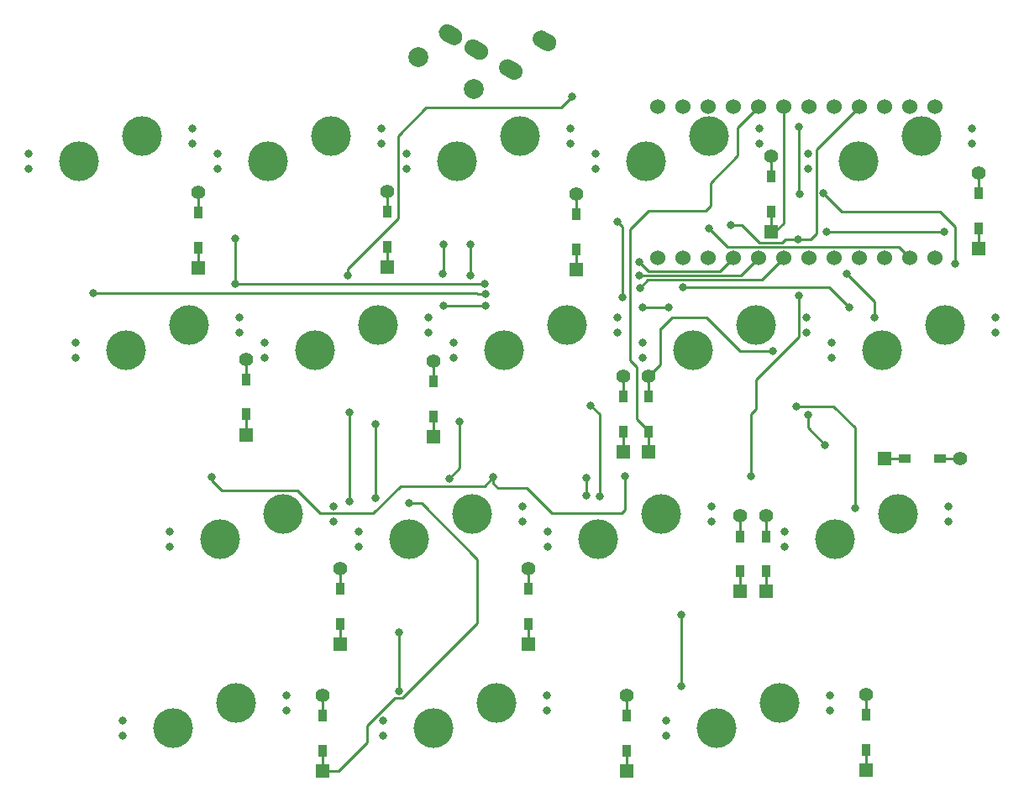
<source format=gtl>
G04 #@! TF.GenerationSoftware,KiCad,Pcbnew,(5.1.6-0-10_14)*
G04 #@! TF.CreationDate,2022-08-31T17:51:27+09:00*
G04 #@! TF.ProjectId,cool936,636f6f6c-3933-4362-9e6b-696361645f70,rev?*
G04 #@! TF.SameCoordinates,Original*
G04 #@! TF.FileFunction,Copper,L1,Top*
G04 #@! TF.FilePolarity,Positive*
%FSLAX46Y46*%
G04 Gerber Fmt 4.6, Leading zero omitted, Abs format (unit mm)*
G04 Created by KiCad (PCBNEW (5.1.6-0-10_14)) date 2022-08-31 17:51:27*
%MOMM*%
%LPD*%
G01*
G04 APERTURE LIST*
G04 #@! TA.AperFunction,ViaPad*
%ADD10C,0.800000*%
G04 #@! TD*
G04 #@! TA.AperFunction,ViaPad*
%ADD11C,4.000000*%
G04 #@! TD*
G04 #@! TA.AperFunction,SMDPad,CuDef*
%ADD12R,0.950000X1.300000*%
G04 #@! TD*
G04 #@! TA.AperFunction,ComponentPad*
%ADD13C,1.397000*%
G04 #@! TD*
G04 #@! TA.AperFunction,ComponentPad*
%ADD14R,1.397000X1.397000*%
G04 #@! TD*
G04 #@! TA.AperFunction,ComponentPad*
%ADD15C,2.000000*%
G04 #@! TD*
G04 #@! TA.AperFunction,ComponentPad*
%ADD16C,1.524000*%
G04 #@! TD*
G04 #@! TA.AperFunction,SMDPad,CuDef*
%ADD17R,1.300000X0.950000*%
G04 #@! TD*
G04 #@! TA.AperFunction,Conductor*
%ADD18C,0.250000*%
G04 #@! TD*
G04 APERTURE END LIST*
D10*
X221932500Y-33782000D03*
X205422500Y-36322000D03*
X221932500Y-32258000D03*
X205422500Y-34798000D03*
D11*
X210502500Y-35560000D03*
X216852500Y-33020000D03*
D10*
X240982500Y-33782000D03*
X224472500Y-36322000D03*
X240982500Y-32258000D03*
X224472500Y-34798000D03*
D11*
X229552500Y-35560000D03*
X235902500Y-33020000D03*
D10*
X252888500Y-52832000D03*
X236378500Y-55372000D03*
X252888500Y-51308000D03*
X236378500Y-53848000D03*
D11*
X241458500Y-54610000D03*
X247808500Y-52070000D03*
D10*
X188595000Y4318000D03*
X172085000Y1778000D03*
X188595000Y5842000D03*
X172085000Y3302000D03*
D11*
X177165000Y2540000D03*
X183515000Y5080000D03*
D12*
X232390000Y-53365000D03*
D13*
X232390000Y-51330000D03*
D14*
X232390000Y-58950000D03*
D12*
X232390000Y-56915000D03*
D10*
X231457500Y-14732000D03*
X214947500Y-17272000D03*
X231457500Y-13208000D03*
X214947500Y-15748000D03*
D11*
X220027500Y-16510000D03*
X226377500Y-13970000D03*
D10*
X198120000Y-52832000D03*
X181610000Y-55372000D03*
X198120000Y-51308000D03*
X181610000Y-53848000D03*
D11*
X186690000Y-54610000D03*
X193040000Y-52070000D03*
D10*
X267175999Y4318000D03*
X250665999Y1778000D03*
X267175999Y5842000D03*
X250665999Y3302000D03*
D11*
X255745999Y2540000D03*
X262095999Y5080000D03*
D15*
X217014583Y9775000D03*
X211385417Y13025000D03*
D10*
X202882500Y-33782000D03*
X186372500Y-36322000D03*
X202882500Y-32258000D03*
X186372500Y-34798000D03*
D11*
X191452500Y-35560000D03*
X197802500Y-33020000D03*
D10*
X207645000Y4318000D03*
X191135000Y1778000D03*
X207645000Y5842000D03*
X191135000Y3302000D03*
D11*
X196215000Y2540000D03*
X202565000Y5080000D03*
D10*
X226695000Y4318000D03*
X210185000Y1778000D03*
X226695000Y5842000D03*
X210185000Y3302000D03*
D11*
X215265000Y2540000D03*
X221615000Y5080000D03*
D10*
X245745000Y4318000D03*
X229235000Y1778000D03*
X245745000Y5842000D03*
X229235000Y3302000D03*
D11*
X234315000Y2540000D03*
X240665000Y5080000D03*
D10*
X193357500Y-14732000D03*
X176847500Y-17272000D03*
X193357500Y-13208000D03*
X176847500Y-15748000D03*
D11*
X181927500Y-16510000D03*
X188277500Y-13970000D03*
D10*
X212407500Y-14732000D03*
X195897500Y-17272000D03*
X212407500Y-13208000D03*
X195897500Y-15748000D03*
D11*
X200977500Y-16510000D03*
X207327500Y-13970000D03*
D10*
X250507500Y-14732000D03*
X233997500Y-17272000D03*
X250507500Y-13208000D03*
X233997500Y-15748000D03*
D11*
X239077500Y-16510000D03*
X245427500Y-13970000D03*
D10*
X269557500Y-14732000D03*
X253047500Y-17272000D03*
X269557500Y-13208000D03*
X253047500Y-15748000D03*
D11*
X258127500Y-16510000D03*
X264477500Y-13970000D03*
D16*
X263438000Y-7201400D03*
X260898000Y-7201400D03*
X258358000Y-7201400D03*
X255818000Y-7201400D03*
X253278000Y-7201400D03*
X250738000Y-7201400D03*
X248198000Y-7201400D03*
X245658000Y-7201400D03*
X243118000Y-7201400D03*
X240578000Y-7201400D03*
X238038000Y-7201400D03*
X235498000Y-7201400D03*
X235498000Y8018600D03*
X238038000Y8018600D03*
X240578000Y8018600D03*
X243118000Y8018600D03*
X245658000Y8018600D03*
X248198000Y8018600D03*
X250738000Y8018600D03*
X253278000Y8018600D03*
X255818000Y8018600D03*
X258358000Y8018600D03*
X260898000Y8018600D03*
X263438000Y8018600D03*
D17*
X260415000Y-27450000D03*
D14*
X258380000Y-27450000D03*
D13*
X266000000Y-27450000D03*
D17*
X263965000Y-27450000D03*
D10*
X224314000Y-52832000D03*
X207804000Y-55372000D03*
X224314000Y-51308000D03*
X207804000Y-53848000D03*
D11*
X212884000Y-54610000D03*
X219234000Y-52070000D03*
D12*
X246980000Y-2565000D03*
D14*
X246980000Y-4600000D03*
D13*
X246980000Y3020000D03*
D12*
X246980000Y985000D03*
D10*
X264795500Y-33782000D03*
X248285500Y-36322000D03*
X264795500Y-32258000D03*
X248285500Y-34798000D03*
D11*
X253365500Y-35560000D03*
X259715500Y-33020000D03*
D12*
X243780000Y-38825000D03*
D14*
X243780000Y-40860000D03*
D13*
X243780000Y-33240000D03*
D12*
X243780000Y-35275000D03*
X201760000Y-56865000D03*
D14*
X201760000Y-58900000D03*
D13*
X201760000Y-51280000D03*
D12*
X201760000Y-53315000D03*
X232080000Y-24715000D03*
D14*
X232080000Y-26750000D03*
D13*
X232080000Y-19130000D03*
D12*
X232080000Y-21165000D03*
X194010000Y-22995000D03*
D14*
X194010000Y-25030000D03*
D13*
X194010000Y-17410000D03*
D12*
X194010000Y-19445000D03*
X222500000Y-44145000D03*
D14*
X222500000Y-46180000D03*
D13*
X222500000Y-38560000D03*
D12*
X222500000Y-40595000D03*
X246430000Y-38825000D03*
D14*
X246430000Y-40860000D03*
D13*
X246430000Y-33240000D03*
D12*
X246430000Y-35275000D03*
X203500000Y-44115000D03*
D14*
X203500000Y-46150000D03*
D13*
X203500000Y-38530000D03*
D12*
X203500000Y-40565000D03*
G04 #@! TA.AperFunction,ComponentPad*
G36*
G01*
X224187690Y15604775D02*
X224880510Y15204775D01*
G75*
G02*
X225191632Y14043653I-425000J-736122D01*
G01*
X225191632Y14043653D01*
G75*
G02*
X224030510Y13732531I-736122J425000D01*
G01*
X223337690Y14132531D01*
G75*
G02*
X223026568Y15293653I425000J736122D01*
G01*
X223026568Y15293653D01*
G75*
G02*
X224187690Y15604775I736122J-425000D01*
G01*
G37*
G04 #@! TD.AperFunction*
G04 #@! TA.AperFunction,ComponentPad*
G36*
G01*
X220788652Y12717469D02*
X221481472Y12317469D01*
G75*
G02*
X221792594Y11156347I-425000J-736122D01*
G01*
X221792594Y11156347D01*
G75*
G02*
X220631472Y10845225I-736122J425000D01*
G01*
X219938652Y11245225D01*
G75*
G02*
X219627530Y12406347I425000J736122D01*
G01*
X219627530Y12406347D01*
G75*
G02*
X220788652Y12717469I736122J-425000D01*
G01*
G37*
G04 #@! TD.AperFunction*
G04 #@! TA.AperFunction,ComponentPad*
G36*
G01*
X217324550Y14717469D02*
X218017370Y14317469D01*
G75*
G02*
X218328492Y13156347I-425000J-736122D01*
G01*
X218328492Y13156347D01*
G75*
G02*
X217167370Y12845225I-736122J425000D01*
G01*
X216474550Y13245225D01*
G75*
G02*
X216163428Y14406347I425000J736122D01*
G01*
X216163428Y14406347D01*
G75*
G02*
X217324550Y14717469I736122J-425000D01*
G01*
G37*
G04 #@! TD.AperFunction*
G04 #@! TA.AperFunction,ComponentPad*
G36*
G01*
X214726474Y16217469D02*
X215419294Y15817469D01*
G75*
G02*
X215730416Y14656347I-425000J-736122D01*
G01*
X215730416Y14656347D01*
G75*
G02*
X214569294Y14345225I-736122J425000D01*
G01*
X213876474Y14745225D01*
G75*
G02*
X213565352Y15906347I425000J736122D01*
G01*
X213565352Y15906347D01*
G75*
G02*
X214726474Y16217469I736122J-425000D01*
G01*
G37*
G04 #@! TD.AperFunction*
X212880000Y-23185000D03*
D14*
X212880000Y-25220000D03*
D13*
X212880000Y-17600000D03*
D12*
X212880000Y-19635000D03*
X227340000Y-6325000D03*
D14*
X227340000Y-8360000D03*
D13*
X227340000Y-740000D03*
D12*
X227340000Y-2775000D03*
X267830000Y-4255000D03*
D14*
X267830000Y-6290000D03*
D13*
X267830000Y1330000D03*
D12*
X267830000Y-705000D03*
X208240000Y-6065000D03*
D14*
X208240000Y-8100000D03*
D13*
X208240000Y-480000D03*
D12*
X208240000Y-2515000D03*
X189180000Y-6195000D03*
D14*
X189180000Y-8230000D03*
D13*
X189180000Y-610000D03*
D12*
X189180000Y-2645000D03*
X234570000Y-24695000D03*
D14*
X234570000Y-26730000D03*
D13*
X234570000Y-19110000D03*
D12*
X234570000Y-21145000D03*
X256480000Y-56850000D03*
D14*
X256480000Y-58885000D03*
D13*
X256480000Y-51265000D03*
D12*
X256480000Y-53300000D03*
D10*
X247110000Y-16590000D03*
X252550000Y-4600000D03*
X264420000Y-4600000D03*
X249791501Y-768499D03*
X254570000Y-8840000D03*
X257350000Y-13210000D03*
X249780000Y6020000D03*
X207080000Y-31419999D03*
X207080000Y-23960000D03*
X210460000Y-31950000D03*
X204310000Y-8955000D03*
X226890000Y9060000D03*
X252370000Y-26070000D03*
X250640000Y-23020000D03*
X213940000Y-5850000D03*
X213860000Y-8840000D03*
X236650000Y-12190000D03*
X233970000Y-12190000D03*
X218170000Y-12030000D03*
X213903501Y-12016499D03*
X249650000Y-5325000D03*
X249780000Y-11040000D03*
X244910000Y-29230000D03*
X190570000Y-29340000D03*
X218930000Y-29340000D03*
X232200000Y-29210000D03*
X242880000Y-3880000D03*
X240710000Y-4280000D03*
X214490000Y-29490000D03*
X215570000Y-23710000D03*
X228320000Y-29350000D03*
X228330000Y-31150010D03*
X233740000Y-10220000D03*
X218140000Y-10880000D03*
X178652500Y-10747500D03*
X192970000Y-9810000D03*
X233700000Y-8970000D03*
X204440000Y-22820000D03*
X209450000Y-50860000D03*
X209460000Y-44950000D03*
X204410000Y-31760000D03*
X218120000Y-9800000D03*
X192970000Y-5260000D03*
X229640000Y-31240000D03*
X233630000Y-7600000D03*
X216650000Y-5880000D03*
X237890000Y-43210000D03*
X216650000Y-8960000D03*
X237880000Y-50360000D03*
X228770000Y-22100000D03*
X255380000Y-32440000D03*
X249520000Y-22200000D03*
X231980000Y-11210000D03*
X231450000Y-3560000D03*
X254830000Y-12190000D03*
X238060000Y-10150000D03*
X252230000Y-710000D03*
X265530000Y-7840000D03*
D18*
X189180000Y-610000D02*
X189180000Y-2645000D01*
X208240000Y-480000D02*
X208240000Y-2515000D01*
X227340000Y-740000D02*
X227340000Y-2775000D01*
X246980000Y3020000D02*
X246980000Y985000D01*
X194010000Y-17410000D02*
X194010000Y-19445000D01*
X212880000Y-19635000D02*
X212880000Y-17600000D01*
X232080000Y-19130000D02*
X232080000Y-21165000D01*
X234570000Y-19110000D02*
X235760000Y-17920000D01*
X234570000Y-21145000D02*
X234570000Y-19110000D01*
X235760000Y-14310000D02*
X235840000Y-14310000D01*
X235760000Y-17920000D02*
X235760000Y-14310000D01*
X235840000Y-14310000D02*
X236950000Y-13200000D01*
X236950000Y-13200000D02*
X240390000Y-13200000D01*
X240390000Y-13200000D02*
X243780000Y-16590000D01*
X243780000Y-16590000D02*
X247110000Y-16590000D01*
X263965000Y-27450000D02*
X266000000Y-27450000D01*
X203500000Y-38530000D02*
X203500000Y-40565000D01*
X222500000Y-40595000D02*
X222500000Y-38560000D01*
X243780000Y-35275000D02*
X243780000Y-33240000D01*
X201760000Y-51280000D02*
X201760000Y-53315000D01*
X267830000Y1330000D02*
X267830000Y-705000D01*
X256480000Y-51265000D02*
X256480000Y-53300000D01*
X246430000Y-33240000D02*
X246430000Y-35275000D01*
X232390000Y-51330000D02*
X232390000Y-53365000D01*
X189180000Y-8230000D02*
X189180000Y-6195000D01*
X227340000Y-6325000D02*
X227340000Y-8360000D01*
X246980000Y-4600000D02*
X246980000Y-2565000D01*
X267830000Y-4255000D02*
X267830000Y-6290000D01*
X252550000Y-4600000D02*
X264420000Y-4600000D01*
X208240000Y-6065000D02*
X208240000Y-8100000D01*
X248198000Y-3722000D02*
X247320000Y-4600000D01*
X247320000Y-4600000D02*
X246980000Y-4600000D01*
X248198000Y8018600D02*
X248198000Y-3722000D01*
X233380000Y-18220000D02*
X232705001Y-17545001D01*
X212880000Y-25220000D02*
X212880000Y-23185000D01*
X233380000Y-23440000D02*
X233380000Y-18220000D01*
X245658000Y8018600D02*
X243590000Y5950600D01*
X234570000Y-24695000D02*
X234570000Y-24630000D01*
X240830000Y350000D02*
X240830000Y-1980000D01*
X234570000Y-24630000D02*
X233380000Y-23440000D01*
X234590000Y-2470000D02*
X240340000Y-2470000D01*
X243590000Y5170000D02*
X243590000Y3110000D01*
X232705001Y-17545001D02*
X232705001Y-4354999D01*
X232705001Y-4354999D02*
X234590000Y-2470000D01*
X243590000Y5950600D02*
X243590000Y5170000D01*
X240830000Y-1980000D02*
X240340000Y-2470000D01*
X243590000Y5590600D02*
X243590000Y5170000D01*
X232080000Y-24715000D02*
X232080000Y-26750000D01*
X258380000Y-27450000D02*
X260415000Y-27450000D01*
X243590000Y3110000D02*
X240830000Y350000D01*
X234570000Y-26730000D02*
X234570000Y-24695000D01*
X194010000Y-22995000D02*
X194010000Y-25030000D01*
X249780000Y-756998D02*
X249791501Y-768499D01*
X222500000Y-44145000D02*
X222500000Y-46180000D01*
X203500000Y-44115000D02*
X203500000Y-46150000D01*
X243780000Y-40860000D02*
X243780000Y-38825000D01*
X257350000Y-13210000D02*
X257350000Y-11620000D01*
X246430000Y-38825000D02*
X246430000Y-40860000D01*
X257350000Y-11620000D02*
X254570000Y-8840000D01*
X249780000Y6020000D02*
X249780000Y-756998D01*
X217360000Y-37560000D02*
X211750000Y-31950000D01*
X211750000Y-31950000D02*
X210460000Y-31950000D01*
X207080000Y-23960000D02*
X207080000Y-31620000D01*
X201760000Y-58900000D02*
X203370000Y-58900000D01*
X204310000Y-8284998D02*
X204310000Y-8955000D01*
X206190000Y-54388998D02*
X208993997Y-51585001D01*
X217360000Y-44023002D02*
X217360000Y-37560000D01*
X209798001Y-51585001D02*
X217360000Y-44023002D01*
X209340000Y-3254998D02*
X204310000Y-8284998D01*
X212170000Y7920000D02*
X209340000Y5090000D01*
X203370000Y-58900000D02*
X206190000Y-56080000D01*
X209340000Y5090000D02*
X209340000Y-3254998D01*
X206190000Y-56080000D02*
X206190000Y-54388998D01*
X208993997Y-51585001D02*
X209798001Y-51585001D01*
X225750000Y7920000D02*
X212170000Y7920000D01*
X226890000Y9060000D02*
X225750000Y7920000D01*
X256480000Y-56850000D02*
X256480000Y-58885000D01*
X232390000Y-56915000D02*
X232390000Y-58950000D01*
X201760000Y-56865000D02*
X201760000Y-58900000D01*
X250640000Y-24340000D02*
X252370000Y-26070000D01*
X250640000Y-23020000D02*
X250640000Y-24340000D01*
X213940000Y-8760000D02*
X213860000Y-8840000D01*
X213940000Y-5850000D02*
X213940000Y-8760000D01*
X236650000Y-12190000D02*
X234680000Y-12190000D01*
X234680000Y-12190000D02*
X233970000Y-12190000D01*
X213917002Y-12030000D02*
X213903501Y-12016499D01*
X218170000Y-12030000D02*
X213917002Y-12030000D01*
X248060000Y-5640000D02*
X248375000Y-5325000D01*
X248375000Y-5325000D02*
X249650000Y-5325000D01*
X245780000Y-5640000D02*
X248060000Y-5640000D01*
X249650000Y-5325000D02*
X250935000Y-5325000D01*
X250935000Y-5325000D02*
X251504999Y-4755001D01*
X249782499Y-11667501D02*
X249780000Y-11665002D01*
X249780000Y-11665002D02*
X249780000Y-11040000D01*
X245410000Y-19500000D02*
X249782499Y-15127501D01*
X249782499Y-15127501D02*
X249782499Y-11667501D01*
X245410000Y-22430000D02*
X245410000Y-19500000D01*
X244910000Y-22930000D02*
X245410000Y-22430000D01*
X244910000Y-29230000D02*
X244910000Y-22930000D01*
X191604999Y-30694999D02*
X190570000Y-29660000D01*
X190570000Y-29660000D02*
X190570000Y-29340000D01*
X201503001Y-32983001D02*
X199214999Y-30694999D01*
X199214999Y-30694999D02*
X191604999Y-30694999D01*
X209595001Y-30215001D02*
X206827001Y-32983001D01*
X206827001Y-32983001D02*
X201503001Y-32983001D01*
X218930000Y-29340000D02*
X218054999Y-30215001D01*
X218054999Y-30215001D02*
X209595001Y-30215001D01*
X219405010Y-30425010D02*
X218930000Y-29950000D01*
X218930000Y-29950000D02*
X218930000Y-29340000D01*
X224863001Y-32983001D02*
X222305010Y-30425010D01*
X222305010Y-30425010D02*
X219405010Y-30425010D01*
X232200000Y-32630000D02*
X231846999Y-32983001D01*
X231846999Y-32983001D02*
X224863001Y-32983001D01*
X232200000Y-29210000D02*
X232200000Y-32630000D01*
X242880000Y-3880000D02*
X244020000Y-3880000D01*
X244020000Y-3880000D02*
X245780000Y-5640000D01*
X251504999Y3095001D02*
X251504999Y-4755001D01*
X251504999Y3345599D02*
X251504999Y3095001D01*
X251504999Y3705599D02*
X251504999Y3095001D01*
X255818000Y8018600D02*
X251504999Y3705599D01*
X259786610Y-6090010D02*
X260898000Y-7201400D01*
X260938000Y-7088000D02*
X260938000Y-7521400D01*
X242520010Y-6090010D02*
X259786610Y-6090010D01*
X240710000Y-4280000D02*
X242520010Y-6090010D01*
X215570000Y-23710000D02*
X215570000Y-28410000D01*
X215570000Y-28410000D02*
X214490000Y-29490000D01*
X228330000Y-31150010D02*
X228330000Y-29360000D01*
X228330000Y-29360000D02*
X228320000Y-29350000D01*
X245979390Y-9420010D02*
X245670010Y-9420010D01*
X234539990Y-9420010D02*
X233740000Y-10220000D01*
X248198000Y-7201400D02*
X245979390Y-9420010D01*
X245670010Y-9420010D02*
X234539990Y-9420010D01*
X217385000Y-10880000D02*
X217252500Y-10747500D01*
X218140000Y-10880000D02*
X217385000Y-10880000D01*
X217252500Y-10747500D02*
X178652500Y-10747500D01*
X209450000Y-50860000D02*
X209450000Y-44960000D01*
X204440000Y-31730000D02*
X204410000Y-31760000D01*
X192980000Y-9800000D02*
X192970000Y-9810000D01*
X192970000Y-5260000D02*
X192970000Y-9810000D01*
X243550000Y-8970000D02*
X233700000Y-8970000D01*
X204440000Y-22820000D02*
X204440000Y-31730000D01*
X218120000Y-9800000D02*
X192980000Y-9800000D01*
X243889400Y-8970000D02*
X243550000Y-8970000D01*
X209450000Y-44960000D02*
X209460000Y-44950000D01*
X245658000Y-7201400D02*
X243889400Y-8970000D01*
X228770000Y-22100000D02*
X229640000Y-22970000D01*
X234549990Y-8519990D02*
X233630000Y-7600000D01*
X216650000Y-5880000D02*
X216650000Y-8960000D01*
X229640000Y-22970000D02*
X229640000Y-31240000D01*
X241799410Y-8519990D02*
X234549990Y-8519990D01*
X237890000Y-43210000D02*
X237890000Y-50350000D01*
X243118000Y-7201400D02*
X242838000Y-7201400D01*
X243118000Y-7201400D02*
X241799410Y-8519990D01*
X237890000Y-50350000D02*
X237880000Y-50360000D01*
X255370000Y-32430000D02*
X255380000Y-32440000D01*
X255380000Y-24340000D02*
X255380000Y-32440000D01*
X249540000Y-22180000D02*
X249520000Y-22200000D01*
X253220000Y-22180000D02*
X255380000Y-24340000D01*
X231450000Y-3560000D02*
X231980000Y-4090000D01*
X231980000Y-4090000D02*
X231980000Y-11210000D01*
X253220000Y-22180000D02*
X249540000Y-22180000D01*
X264010000Y-2530000D02*
X254050000Y-2530000D01*
X265530000Y-4050000D02*
X264010000Y-2530000D01*
X265530000Y-7840000D02*
X265530000Y-7840000D01*
X254050000Y-2530000D02*
X252230000Y-710000D01*
X250930000Y-10150000D02*
X251310000Y-10150000D01*
X252790000Y-10150000D02*
X250930000Y-10150000D01*
X265530000Y-7840000D02*
X265530000Y-4050000D01*
X254830000Y-12190000D02*
X252790000Y-10150000D01*
X238060000Y-10150000D02*
X250930000Y-10150000D01*
M02*

</source>
